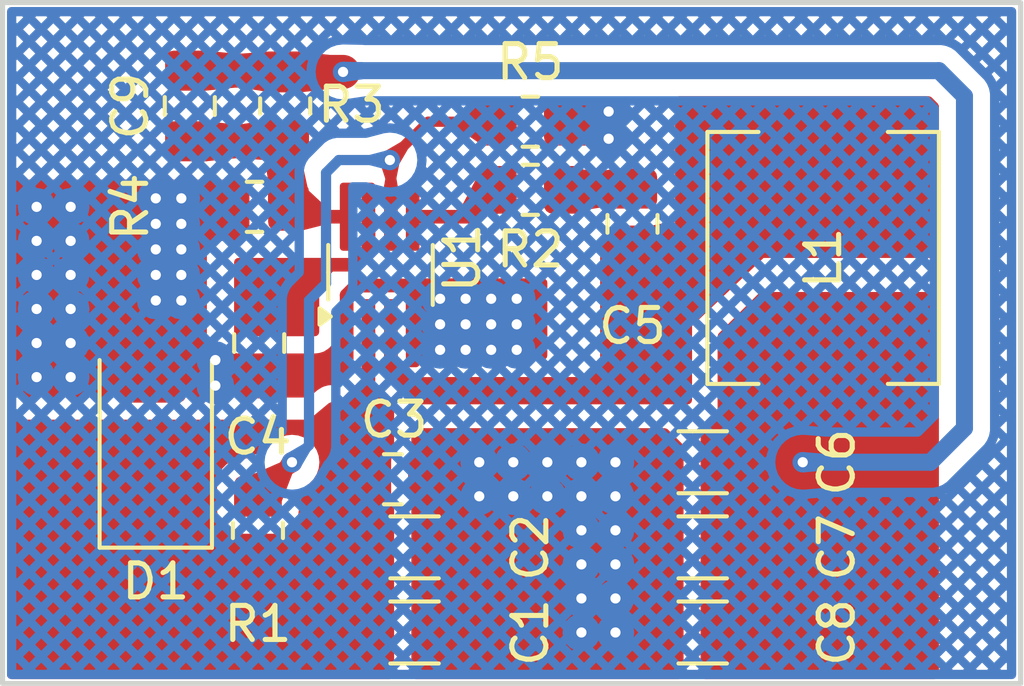
<source format=kicad_pcb>
(kicad_pcb (version 20240108) (generator "pcbnew") (generator_version "8.0")
  (layers (0 "F.Cu" signal) (31 "B.Cu" signal) (34 "B.Paste" user) (35 "F.Paste" user) (36 "B.SilkS" user "B.Silkscreen") (37 "F.SilkS" user "F.Silkscreen") (38 "B.Mask" user) (39 "F.Mask" user) (44 "Edge.Cuts" user))
  (net 0 "")
  (net 1 "GND")
  (net 2 "+12V")
  (net 3 "/VCC")
  (net 4 "Net-(C5-Pad1)")
  (net 5 "/SW")
  (net 6 "+5V")
  (net 7 "/FB")
  (net 8 "Net-(U1-EN)")
  (net 9 "/BST")
  (footprint "Resistor_SMD:R_0805_2012Metric_Pad1.20x1.40mm_HandSolder" (layer "F.Cu") (at 118.2 63.0375 -90)
    (property "Reference" "R3" (at -0.0375 -1.95 0) (layer "F.SilkS"))
    (property "Value" "100K")
    (fp_line (start -0.227064 0.735) (end 0.227064 0.735) (stroke (width 0.12)) (layer "F.SilkS"))
    (fp_line (start -0.227064 -0.735) (end 0.227064 -0.735) (stroke (width 0.12)) (layer "F.SilkS"))
    (pad "1" smd roundrect (at -1 0 270) (size 1.2 1.4) (layers "F.Cu" "F.Paste" "F.Mask") (roundrect_rratio 0.208333) (net 6 "+5V"))
    (pad "2" smd roundrect (at 1 0 270) (size 1.2 1.4) (layers "F.Cu" "F.Paste" "F.Mask") (roundrect_rratio 0.208333) (net 7 "/FB"))
  )
  (footprint "Inductor_SMD:L_Abracon_ASPI-0630LR" (layer "F.Cu") (at 134 67.5 -90)
    (property "Reference" "L1" (at 0 0 90) (layer "F.SilkS"))
    (property "Value" "3.3uH")
    (fp_line (start -3.7 3.4) (end 3.7 3.4) (stroke (width 0.12)) (layer "F.SilkS"))
    (fp_line (start -3.7 3.4) (end -3.7 1.9) (stroke (width 0.12)) (layer "F.SilkS"))
    (fp_line (start 3.7 3.4) (end 3.7 1.9) (stroke (width 0.12)) (layer "F.SilkS"))
    (fp_line (start -3.7 -3.4) (end -3.7 -1.9) (stroke (width 0.12)) (layer "F.SilkS"))
    (fp_line (start 3.7 -3.4) (end 3.7 -1.9) (stroke (width 0.12)) (layer "F.SilkS"))
    (fp_line (start 3.7 -3.4) (end -3.7 -3.4) (stroke (width 0.12)) (layer "F.SilkS"))
    (pad "1" smd roundrect (at -3.025 0 270) (size 2.35 3.4) (layers "F.Cu" "F.Paste" "F.Mask") (roundrect_rratio 0.1) (net 5 "/SW"))
    (pad "2" smd roundrect (at 3.025 0 270) (size 2.35 3.4) (layers "F.Cu" "F.Paste" "F.Mask") (roundrect_rratio 0.1) (net 6 "+5V"))
  )
  (footprint "Capacitor_SMD:C_1206_3216Metric_Pad1.33x1.80mm_HandSolder" (layer "F.Cu") (at 130.4625 73.5 180)
    (property "Reference" "C6" (at -3.9375 0 90) (layer "F.SilkS"))
    (property "Value" "22uf")
    (fp_line (start -0.711252 0.91) (end 0.711252 0.91) (stroke (width 0.12)) (layer "F.SilkS"))
    (fp_line (start -0.711252 -0.91) (end 0.711252 -0.91) (stroke (width 0.12)) (layer "F.SilkS"))
    (pad "1" smd roundrect (at -1.5625 0 180) (size 1.325 1.8) (layers "F.Cu" "F.Paste" "F.Mask") (roundrect_rratio 0.188679) (net 6 "+5V"))
    (pad "2" smd roundrect (at 1.5625 0 180) (size 1.325 1.8) (layers "F.Cu" "F.Paste" "F.Mask") (roundrect_rratio 0.188679) (net 1 "GND"))
  )
  (footprint "Capacitor_SMD:C_1206_3216Metric_Pad1.33x1.80mm_HandSolder" (layer "F.Cu") (at 130.4625 78.5 180)
    (property "Reference" "C8" (at -3.9375 0 -90) (layer "F.SilkS"))
    (property "Value" "22uf")
    (fp_line (start -0.711252 0.91) (end 0.711252 0.91) (stroke (width 0.12)) (layer "F.SilkS"))
    (fp_line (start -0.711252 -0.91) (end 0.711252 -0.91) (stroke (width 0.12)) (layer "F.SilkS"))
    (pad "1" smd roundrect (at -1.5625 0 180) (size 1.325 1.8) (layers "F.Cu" "F.Paste" "F.Mask") (roundrect_rratio 0.188679) (net 6 "+5V"))
    (pad "2" smd roundrect (at 1.5625 0 180) (size 1.325 1.8) (layers "F.Cu" "F.Paste" "F.Mask") (roundrect_rratio 0.188679) (net 1 "GND"))
  )
  (footprint "Resistor_SMD:R_0805_2012Metric_Pad1.20x1.40mm_HandSolder" (layer "F.Cu") (at 117.3 66)
    (property "Reference" "R4" (at -3.65 0 90) (layer "F.SilkS"))
    (property "Value" "13.7K")
    (fp_line (start -0.227064 -0.735) (end 0.227064 -0.735) (stroke (width 0.12)) (layer "F.SilkS"))
    (fp_line (start -0.227064 0.735) (end 0.227064 0.735) (stroke (width 0.12)) (layer "F.SilkS"))
    (pad "1" smd roundrect (at -1 0) (size 1.2 1.4) (layers "F.Cu" "F.Paste" "F.Mask") (roundrect_rratio 0.208333) (net 1 "GND"))
    (pad "2" smd roundrect (at 1 0) (size 1.2 1.4) (layers "F.Cu" "F.Paste" "F.Mask") (roundrect_rratio 0.208333) (net 7 "/FB"))
  )
  (footprint "Capacitor_SMD:C_1206_3216Metric_Pad1.33x1.80mm_HandSolder" (layer "F.Cu") (at 130.4625 76 180)
    (property "Reference" "C7" (at -3.9375 0 90) (layer "F.SilkS"))
    (property "Value" "22uf")
    (fp_line (start -0.711252 0.91) (end 0.711252 0.91) (stroke (width 0.12)) (layer "F.SilkS"))
    (fp_line (start -0.711252 -0.91) (end 0.711252 -0.91) (stroke (width 0.12)) (layer "F.SilkS"))
    (pad "1" smd roundrect (at -1.5625 0 180) (size 1.325 1.8) (layers "F.Cu" "F.Paste" "F.Mask") (roundrect_rratio 0.188679) (net 6 "+5V"))
    (pad "2" smd roundrect (at 1.5625 0 180) (size 1.325 1.8) (layers "F.Cu" "F.Paste" "F.Mask") (roundrect_rratio 0.188679) (net 1 "GND"))
  )
  (footprint "Capacitor_SMD:C_0805_2012Metric_Pad1.18x1.45mm_HandSolder" (layer "F.Cu") (at 128.4 66.5 -90)
    (property "Reference" "C5" (at 3 0 0) (layer "F.SilkS"))
    (property "Value" "0.1uF")
    (fp_line (start -0.261252 0.735) (end 0.261252 0.735) (stroke (width 0.12)) (layer "F.SilkS"))
    (fp_line (start -0.261252 -0.735) (end 0.261252 -0.735) (stroke (width 0.12)) (layer "F.SilkS"))
    (pad "1" smd roundrect (at -1.0375 0 270) (size 1.175 1.45) (layers "F.Cu" "F.Paste" "F.Mask") (roundrect_rratio 0.212766) (net 4 "Net-(C5-Pad1)"))
    (pad "2" smd roundrect (at 1.0375 0 270) (size 1.175 1.45) (layers "F.Cu" "F.Paste" "F.Mask") (roundrect_rratio 0.212766) (net 5 "/SW"))
  )
  (footprint "Capacitor_SMD:C_0805_2012Metric_Pad1.18x1.45mm_HandSolder" (layer "F.Cu") (at 121.3625 74)
    (property "Reference" "C3" (at 0.0375 -1.75 180) (layer "F.SilkS"))
    (property "Value" "1uF")
    (fp_line (start -0.261252 -0.735) (end 0.261252 -0.735) (stroke (width 0.12)) (layer "F.SilkS"))
    (fp_line (start -0.261252 0.735) (end 0.261252 0.735) (stroke (width 0.12)) (layer "F.SilkS"))
    (pad "1" smd roundrect (at -1.0375 0) (size 1.175 1.45) (layers "F.Cu" "F.Paste" "F.Mask") (roundrect_rratio 0.212766) (net 2 "+12V"))
    (pad "2" smd roundrect (at 1.0375 0) (size 1.175 1.45) (layers "F.Cu" "F.Paste" "F.Mask") (roundrect_rratio 0.212766) (net 1 "GND"))
  )
  (footprint "Capacitor_SMD:C_0805_2012Metric_Pad1.18x1.45mm_HandSolder" (layer "F.Cu") (at 115.4 63.0375 -90)
    (property "Reference" "C9" (at 0 1.75 -90) (layer "F.SilkS"))
    (property "Value" "220pF")
    (fp_line (start -0.261252 0.735) (end 0.261252 0.735) (stroke (width 0.12)) (layer "F.SilkS"))
    (fp_line (start -0.261252 -0.735) (end 0.261252 -0.735) (stroke (width 0.12)) (layer "F.SilkS"))
    (pad "1" smd roundrect (at -1.0375 0 270) (size 1.175 1.45) (layers "F.Cu" "F.Paste" "F.Mask") (roundrect_rratio 0.212766) (net 6 "+5V"))
    (pad "2" smd roundrect (at 1.0375 0 270) (size 1.175 1.45) (layers "F.Cu" "F.Paste" "F.Mask") (roundrect_rratio 0.212766) (net 7 "/FB"))
  )
  (footprint "Capacitor_SMD:C_0805_2012Metric_Pad1.18x1.45mm_HandSolder" (layer "F.Cu") (at 117.4375 70 90)
    (property "Reference" "C4" (at -2.75 -0.0375 180) (layer "F.SilkS"))
    (property "Value" "1uF")
    (fp_line (start -0.261252 -0.735) (end 0.261252 -0.735) (stroke (width 0.12)) (layer "F.SilkS"))
    (fp_line (start -0.261252 0.735) (end 0.261252 0.735) (stroke (width 0.12)) (layer "F.SilkS"))
    (pad "1" smd roundrect (at -1.0375 0 90) (size 1.175 1.45) (layers "F.Cu" "F.Paste" "F.Mask") (roundrect_rratio 0.212766) (net 1 "GND"))
    (pad "2" smd roundrect (at 1.0375 0 90) (size 1.175 1.45) (layers "F.Cu" "F.Paste" "F.Mask") (roundrect_rratio 0.212766) (net 3 "/VCC"))
  )
  (footprint "Resistor_SMD:R_0805_2012Metric_Pad1.20x1.40mm_HandSolder" (layer "F.Cu") (at 125.4 65.5)
    (property "Reference" "R2" (at 0 1.75 0) (layer "F.SilkS"))
    (property "Value" "10")
    (fp_line (start -0.227064 -0.735) (end 0.227064 -0.735) (stroke (width 0.12)) (layer "F.SilkS"))
    (fp_line (start -0.227064 0.735) (end 0.227064 0.735) (stroke (width 0.12)) (layer "F.SilkS"))
    (pad "1" smd roundrect (at -1 0) (size 1.2 1.4) (layers "F.Cu" "F.Paste" "F.Mask") (roundrect_rratio 0.208333) (net 9 "/BST"))
    (pad "2" smd roundrect (at 1 0) (size 1.2 1.4) (layers "F.Cu" "F.Paste" "F.Mask") (roundrect_rratio 0.208333) (net 4 "Net-(C5-Pad1)"))
  )
  (footprint "Package_TO_SOT_SMD:TSOT-23-8_HandSoldering" (layer "F.Cu") (at 120.975 68 90)
    (property "Reference" "U1" (at 0.5 2.425 -90) (layer "F.SilkS"))
    (property "Value" "MP2236CGJ-Z")
    (fp_line (start 0.08 -1.51) (end 0.88 -1.51) (stroke (width 0.12)) (layer "F.SilkS"))
    (fp_line (start 0.08 -1.51) (end -0.72 -1.51) (stroke (width 0.12)) (layer "F.SilkS"))
    (fp_line (start -0.88 1.56) (end 0.88 1.56) (stroke (width 0.12)) (layer "F.SilkS"))
    (fp_poly (pts (xy -1.22 -1.435) (xy -1.46 -1.765) (xy -0.98 -1.765) (xy -1.22 -1.435)) (stroke (width 0.12)) (fill solid) (layer "F.SilkS"))
    (pad "1" smd roundrect (at -1.71 -0.97 90) (size 2 0.4) (layers "F.Cu" "F.Paste" "F.Mask") (net 1 "GND"))
    (pad "2" smd roundrect (at -1.71 -0.33 90) (size 2 0.4) (layers "F.Cu" "F.Paste" "F.Mask") (net 2 "+12V"))
    (pad "3" smd roundrect (at -1.71 0.33 90) (size 2 0.4) (layers "F.Cu" "F.Paste" "F.Mask") (net 5 "/SW"))
    (pad "4" smd roundrect (at -1.71 0.97 90) (size 2 0.4) (layers "F.Cu" "F.Paste" "F.Mask") (net 1 "GND"))
    (pad "5" smd roundrect (at 1.71 0.97 90) (size 2 0.4) (layers "F.Cu" "F.Paste" "F.Mask") (net 9 "/BST"))
    (pad "6" smd roundrect (at 1.71 0.33 90) (size 2 0.4) (layers "F.Cu" "F.Paste" "F.Mask") (net 8 "Net-(U1-EN)"))
    (pad "7" smd roundrect (at 1.71 -0.33 90) (size 2 0.4) (layers "F.Cu" "F.Paste" "F.Mask") (net 3 "/VCC"))
    (pad "8" smd roundrect (at 1.71 -0.97 90) (size 2 0.4) (layers "F.Cu" "F.Paste" "F.Mask") (net 7 "/FB"))
  )
  (footprint "Diode_SMD:D_SMA" (layer "F.Cu") (at 114.4 72.5 90)
    (property "Reference" "D1" (at -4.5 0 180) (layer "F.SilkS"))
    (property "Value" "SMAJ12A")
    (fp_line (start -3.51 -1.65) (end 2 -1.65) (stroke (width 0.12)) (layer "F.SilkS"))
    (fp_line (start -3.51 -1.65) (end -3.51 1.65) (stroke (width 0.12)) (layer "F.SilkS"))
    (fp_line (start -3.51 1.65) (end 2 1.65) (stroke (width 0.12)) (layer "F.SilkS"))
    (pad "1" smd roundrect (at -2 0 90) (size 2.5 1.8) (layers "F.Cu" "F.Paste" "F.Mask") (roundrect_rratio 0.1388888889) (net 2 "+12V"))
    (pad "2" smd roundrect (at 2 0 90) (size 2.5 1.8) (layers "F.Cu" "F.Paste" "F.Mask") (roundrect_rratio 0.1388888889) (net 1 "GND"))
  )
  (footprint "Capacitor_SMD:C_1206_3216Metric_Pad1.33x1.80mm_HandSolder" (layer "F.Cu") (at 122 78.5)
    (property "Reference" "C1" (at 3.4 0 90) (layer "F.SilkS"))
    (property "Value" "22uf")
    (fp_line (start -0.711252 -0.91) (end 0.711252 -0.91) (stroke (width 0.12)) (layer "F.SilkS"))
    (fp_line (start -0.711252 0.91) (end 0.711252 0.91) (stroke (width 0.12)) (layer "F.SilkS"))
    (pad "1" smd roundrect (at -1.5625 0) (size 1.325 1.8) (layers "F.Cu" "F.Paste" "F.Mask") (roundrect_rratio 0.188679) (net 2 "+12V"))
    (pad "2" smd roundrect (at 1.5625 0) (size 1.325 1.8) (layers "F.Cu" "F.Paste" "F.Mask") (roundrect_rratio 0.188679) (net 1 "GND"))
  )
  (footprint "Resistor_SMD:R_0805_2012Metric_Pad1.20x1.40mm_HandSolder" (layer "F.Cu") (at 117.4 75.5 90)
    (property "Reference" "R1" (at -2.75 0 180) (layer "F.SilkS"))
    (property "Value" "300K")
    (fp_line (start -0.227064 -0.735) (end 0.227064 -0.735) (stroke (width 0.12)) (layer "F.SilkS"))
    (fp_line (start -0.227064 0.735) (end 0.227064 0.735) (stroke (width 0.12)) (layer "F.SilkS"))
    (pad "1" smd roundrect (at -1 0 90) (size 1.2 1.4) (layers "F.Cu" "F.Paste" "F.Mask") (roundrect_rratio 0.208333) (net 2 "+12V"))
    (pad "2" smd roundrect (at 1 0 90) (size 1.2 1.4) (layers "F.Cu" "F.Paste" "F.Mask") (roundrect_rratio 0.208333) (net 8 "Net-(U1-EN)"))
  )
  (footprint "Capacitor_SMD:C_1206_3216Metric_Pad1.33x1.80mm_HandSolder" (layer "F.Cu") (at 122 76)
    (property "Reference" "C2" (at 3.4 0 90) (layer "F.SilkS"))
    (property "Value" "22uf")
    (fp_line (start -0.711252 -0.91) (end 0.711252 -0.91) (stroke (width 0.12)) (layer "F.SilkS"))
    (fp_line (start -0.711252 0.91) (end 0.711252 0.91) (stroke (width 0.12)) (layer "F.SilkS"))
    (pad "1" smd roundrect (at -1.5625 0) (size 1.325 1.8) (layers "F.Cu" "F.Paste" "F.Mask") (roundrect_rratio 0.188679) (net 2 "+12V"))
    (pad "2" smd roundrect (at 1.5625 0) (size 1.325 1.8) (layers "F.Cu" "F.Paste" "F.Mask") (roundrect_rratio 0.188679) (net 1 "GND"))
  )
  (footprint "Resistor_SMD:R_0805_2012Metric_Pad1.20x1.40mm_HandSolder" (layer "F.Cu") (at 125.4 63.5)
    (property "Reference" "R5" (at 0 -1.75 180) (layer "F.SilkS"))
    (property "Value" "130K")
    (fp_line (start -0.227064 -0.735) (end 0.227064 -0.735) (stroke (width 0.12)) (layer "F.SilkS"))
    (fp_line (start -0.227064 0.735) (end 0.227064 0.735) (stroke (width 0.12)) (layer "F.SilkS"))
    (pad "1" smd roundrect (at -1 0) (size 1.2 1.4) (layers "F.Cu" "F.Paste" "F.Mask") (roundrect_rratio 0.208333) (net 8 "Net-(U1-EN)"))
    (pad "2" smd roundrect (at 1 0) (size 1.2 1.4) (layers "F.Cu" "F.Paste" "F.Mask") (roundrect_rratio 0.208333) (net 1 "GND"))
  )
  (gr_rect (start 109.9 60) (end 139.8 80) (stroke (width 0.15)) (fill none) (layer "Edge.Cuts"))
  (segment (start 122.9 73.5) (end 122.4 74) (width 1) (layer "F.Cu") (net 1))
  (segment (start 127.7 64) (end 126.9 64) (width 0.4) (layer "F.Cu") (net 1))
  (segment (start 127.7 63.2) (end 126.7 63.2) (width 0.4) (layer "F.Cu") (net 1))
  (segment (start 120.29 68.31) (end 120.84 68.31) (width 0.4) (layer "F.Cu") (net 1))
  (segment (start 120.005 69.71) (end 120.005 68.595) (width 0.4) (layer "F.Cu") (net 1))
  (segment (start 119.7625 71.0375) (end 117.4375 71.0375) (width 0.4) (layer "F.Cu") (net 1))
  (segment (start 128.9 73.5) (end 122.9 73.5) (width 1) (layer "F.Cu") (net 1))
  (segment (start 122.36 68.31) (end 122.75 68.7) (width 0.4) (layer "F.Cu") (net 1))
  (segment (start 120.005 68.595) (end 120.29 68.31) (width 0.4) (layer "F.Cu") (net 1))
  (segment (start 128.9 73.5) (end 128.9 76) (width 1) (layer "F.Cu") (net 1))
  (segment (start 123.5625 78.5) (end 123.5625 76) (width 1) (layer "F.Cu") (net 1))
  (segment (start 120.005 70.795) (end 119.7625 71.0375) (width 0.4) (layer "F.Cu") (net 1))
  (segment (start 121.614878 68.31) (end 122.36 68.31) (width 0.4) (layer "F.Cu") (net 1))
  (segment (start 123.5625 78.5) (end 128.9 78.5) (width 1) (layer "F.Cu") (net 1))
  (segment (start 126.7 63.2) (end 126.4 63.5) (width 0.4) (layer "F.Cu") (net 1))
  (segment (start 120.29 68.31) (end 121.15 68.31) (width 0.4) (layer "F.Cu") (net 1))
  (segment (start 121.614878 68.31) (end 121.945 68.640122) (width 0.4) (layer "F.Cu") (net 1))
  (segment (start 120.005 69.71) (end 120.005 70.795) (width 0.4) (layer "F.Cu") (net 1))
  (segment (start 126.9 64) (end 126.4 63.5) (width 0.4) (layer "F.Cu") (net 1))
  (segment (start 121.15 68.31) (end 121.614878 68.31) (width 0.4) (layer "F.Cu") (net 1))
  (segment (start 128.9 78.5) (end 128.9 76) (width 1) (layer "F.Cu") (net 1))
  (segment (start 121.945 68.640122) (end 121.945 69.71) (width 0.4) (layer "F.Cu") (net 1))
  (segment (start 123.5625 76) (end 128.9 76) (width 1) (layer "F.Cu") (net 1))
  (via (at 111.9 66) (size 0.6) (drill 0.3) (layers "F.Cu" "B.Cu") (net 1))
  (via (at 123.5 70.2) (size 0.6) (drill 0.3) (layers "F.Cu" "B.Cu") (net 1))
  (via (at 115.15 67.25) (size 0.6) (drill 0.3) (layers "F.Cu" "B.Cu") (net 1))
  (via (at 124.9 74.5) (size 0.6) (drill 0.3) (layers "F.Cu" "B.Cu") (net 1))
  (via (at 126.9 74.5) (size 0.6) (drill 0.3) (layers "F.Cu" "B.Cu") (net 1))
  (via (at 110.9 68) (size 0.6) (drill 0.3) (layers "F.Cu" "B.Cu") (net 1))
  (via (at 122.75 70.2) (size 0.6) (drill 0.3) (layers "F.Cu" "B.Cu") (net 1))
  (via (at 110.9 66) (size 0.6) (drill 0.3) (layers "F.Cu" "B.Cu") (net 1))
  (via (at 127.9 78.5) (size 0.6) (drill 0.3) (layers "F.Cu" "B.Cu") (net 1))
  (via (at 122.75 69.45) (size 0.6) (drill 0.3) (layers "F.Cu" "B.Cu") (net 1))
  (via (at 127.9 74.5) (size 0.6) (drill 0.3) (layers "F.Cu" "B.Cu") (net 1))
  (via (at 126.9 77.5) (size 0.6) (drill 0.3) (layers "F.Cu" "B.Cu") (net 1))
  (via (at 115.15 66.5) (size 0.6) (drill 0.3) (layers "F.Cu" "B.Cu") (net 1))
  (via (at 111.9 69) (size 0.6) (drill 0.3) (layers "F.Cu" "B.Cu") (net 1))
  (via (at 114.4 68) (size 0.6) (drill 0.3) (layers "F.Cu" "B.Cu") (net 1))
  (via (at 127.7 64) (size 0.6) (drill 0.3) (layers "F.Cu" "B.Cu") (net 1))
  (via (at 127.9 77.5) (size 0.6) (drill 0.3) (layers "F.Cu" "B.Cu") (net 1))
  (via (at 110.9 70) (size 0.6) (drill 0.3) (layers "F.Cu" "B.Cu") (net 1))
  (via (at 126.9 78.5) (size 0.6) (drill 0.3) (layers "F.Cu" "B.Cu") (net 1))
  (via (at 116.15 71.25) (size 0.6) (drill 0.3) (layers "F.Cu" "B.Cu") (net 1))
  (via (at 122.75 68.7) (size 0.6) (drill 0.3) (layers "F.Cu" "B.Cu") (net 1))
  (via (at 115.15 68.75) (size 0.6) (drill 0.3) (layers "F.Cu" "B.Cu") (net 1))
  (via (at 115.15 68) (size 0.6) (drill 0.3) (layers "F.Cu" "B.Cu") (net 1))
  (via (at 125.9 73.5) (size 0.6) (drill 0.3) (layers "F.Cu" "B.Cu") (net 1))
  (via (at 125 70.2) (size 0.6) (drill 0.3) (layers "F.Cu" "B.Cu") (net 1))
  (via (at 114.4 66.5) (size 0.6) (drill 0.3) (layers "F.Cu" "B.Cu") (net 1))
  (via (at 125 69.45) (size 0.6) (drill 0.3) (layers "F.Cu" "B.Cu") (net 1))
  (via (at 126.9 73.5) (size 0.6) (drill 0.3) (layers "F.Cu" "B.Cu") (net 1))
  (via (at 110.9 67) (size 0.6) (drill 0.3) (layers "F.Cu" "B.Cu") (net 1))
  (via (at 123.5 69.45) (size 0.6) (drill 0.3) (layers "F.Cu" "B.Cu") (net 1))
  (via (at 127.9 73.5) (size 0.6) (drill 0.3) (layers "F.Cu" "B.Cu") (net 1))
  (via (at 124.25 70.2) (size 0.6) (drill 0.3) (layers "F.Cu" "B.Cu") (net 1))
  (via (at 123.9 74.5) (size 0.6) (drill 0.3) (layers "F.Cu" "B.Cu") (net 1))
  (via (at 123.9 73.5) (size 0.6) (drill 0.3) (layers "F.Cu" "B.Cu") (net 1))
  (via (at 125 68.7) (size 0.6) (drill 0.3) (layers "F.Cu" "B.Cu") (net 1))
  (via (at 124.25 69.45) (size 0.6) (drill 0.3) (layers "F.Cu" "B.Cu") (net 1))
  (via (at 111.9 67) (size 0.6) (drill 0.3) (layers "F.Cu" "B.Cu") (net 1))
  (via (at 116.15 70.5) (size 0.6) (drill 0.3) (layers "F.Cu" "B.Cu") (net 1))
  (via (at 111.9 70) (size 0.6) (drill 0.3) (layers "F.Cu" "B.Cu") (net 1))
  (via (at 111.9 68) (size 0.6) (drill 0.3) (layers "F.Cu" "B.Cu") (net 1))
  (via (at 127.7 63.2) (size 0.6) (drill 0.3) (layers "F.Cu" "B.Cu") (net 1))
  (via (at 127.9 76.5) (size 0.6) (drill 0.3) (layers "F.Cu" "B.Cu") (net 1))
  (via (at 115.15 65.75) (size 0.6) (drill 0.3) (layers "F.Cu" "B.Cu") (net 1))
  (via (at 114.4 65.75) (size 0.6) (drill 0.3) (layers "F.Cu" "B.Cu") (net 1))
  (via (at 123.5 68.7) (size 0.6) (drill 0.3) (layers "F.Cu" "B.Cu") (net 1))
  (via (at 110.9 71) (size 0.6) (drill 0.3) (layers "F.Cu" "B.Cu") (net 1))
  (via (at 124.9 73.5) (size 0.6) (drill 0.3) (layers "F.Cu" "B.Cu") (net 1))
  (via (at 126.9 75.5) (size 0.6) (drill 0.3) (layers "F.Cu" "B.Cu") (net 1))
  (via (at 126.9 76.5) (size 0.6) (drill 0.3) (layers "F.Cu" "B.Cu") (net 1))
  (via (at 110.9 69) (size 0.6) (drill 0.3) (layers "F.Cu" "B.Cu") (net 1))
  (via (at 125.9 74.5) (size 0.6) (drill 0.3) (layers "F.Cu" "B.Cu") (net 1))
  (via (at 114.4 67.25) (size 0.6) (drill 0.3) (layers "F.Cu" "B.Cu") (net 1))
  (via (at 111.9 71) (size 0.6) (drill 0.3) (layers "F.Cu" "B.Cu") (net 1))
  (via (at 127.9 75.5) (size 0.6) (drill 0.3) (layers "F.Cu" "B.Cu") (net 1))
  (via (at 124.25 68.7) (size 0.6) (drill 0.3) (layers "F.Cu" "B.Cu") (net 1))
  (via (at 114.4 68.75) (size 0.6) (drill 0.3) (layers "F.Cu" "B.Cu") (net 1))
  (segment (start 120.4375 74.1125) (end 120.325 74) (width 1) (layer "F.Cu") (net 2))
  (segment (start 120.645 73.68) (end 120.325 74) (width 0.4) (layer "F.Cu") (net 2))
  (segment (start 115.4 78.5) (end 117.4 78.5) (width 1) (layer "F.Cu") (net 2))
  (segment (start 120.645 69.71) (end 120.645 73.68) (width 0.4) (layer "F.Cu") (net 2))
  (segment (start 117.4 78.5) (end 120.4375 78.5) (width 1) (layer "F.Cu") (net 2))
  (segment (start 120.4375 76) (end 120.4375 74.1125) (width 1) (layer "F.Cu") (net 2))
  (segment (start 114.4 74.5) (end 114.4 77.5) (width 1) (layer "F.Cu") (net 2))
  (segment (start 117.4 76.5) (end 117.4 78.5) (width 1) (layer "F.Cu") (net 2))
  (segment (start 114.4 77.5) (end 115.4 78.5) (width 1) (layer "F.Cu") (net 2))
  (segment (start 120.4375 78.5) (end 120.4375 76) (width 1) (layer "F.Cu") (net 2))
  (segment (start 120.304878 67.7) (end 118.7 67.7) (width 0.4) (layer "F.Cu") (net 3))
  (segment (start 118.7 67.7) (end 117.4375 68.9625) (width 0.4) (layer "F.Cu") (net 3))
  (segment (start 120.645 66.29) (end 120.645 67.359878) (width 0.4) (layer "F.Cu") (net 3))
  (segment (start 120.645 67.359878) (end 120.304878 67.7) (width 0.4) (layer "F.Cu") (net 3))
  (segment (start 126.4 65.5) (end 128.3625 65.5) (width 1) (layer "F.Cu") (net 4))
  (segment (start 128.3625 65.5) (end 128.4 65.4625) (width 1) (layer "F.Cu") (net 4))
  (segment (start 121.305 69.71) (end 121.305 70.779878) (width 0.4) (layer "F.Cu") (net 5))
  (segment (start 121.725122 71.2) (end 127.1 71.2) (width 0.4) (layer "F.Cu") (net 5))
  (segment (start 128.4 69.9) (end 128.4 67.5375) (width 0.4) (layer "F.Cu") (net 5))
  (segment (start 121.305 70.779878) (end 121.725122 71.2) (width 0.4) (layer "F.Cu") (net 5))
  (segment (start 128.4 67.5375) (end 130.9375 67.5375) (width 1) (layer "F.Cu") (net 5))
  (segment (start 130.9375 67.5375) (end 134 64.475) (width 1) (layer "F.Cu") (net 5))
  (segment (start 127.1 71.2) (end 128.4 69.9) (width 0.4) (layer "F.Cu") (net 5))
  (segment (start 132.025 73.5) (end 132.025 76) (width 1) (layer "F.Cu") (net 6))
  (segment (start 132.025 73.5) (end 132.025 72.5) (width 1) (layer "F.Cu") (net 6))
  (segment (start 118.1625 62) (end 118.2 62.0375) (width 1) (layer "F.Cu") (net 6))
  (segment (start 132.025 72.5) (end 134 70.525) (width 1) (layer "F.Cu") (net 6))
  (segment (start 119.9 62.0375) (end 118.2 62.0375) (width 1) (layer "F.Cu") (net 6))
  (segment (start 115.4 62) (end 118.1625 62) (width 1) (layer "F.Cu") (net 6))
  (segment (start 132.025 76) (end 132.025 78.5) (width 1) (layer "F.Cu") (net 6))
  (segment (start 133.4 73.5) (end 132.025 73.5) (width 0.5) (layer "F.Cu") (net 6))
  (via (at 133.4 73.5) (size 0.6) (drill 0.3) (layers "F.Cu" "B.Cu") (net 6))
  (via (at 119.9 62.0375) (size 0.6) (drill 0.3) (layers "F.Cu" "B.Cu") (net 6))
  (segment (start 119.9 62.0375) (end 119.9375 62) (width 0.5) (layer "B.Cu") (net 6))
  (segment (start 138.15 72.5) (end 137.15 73.5) (width 0.5) (layer "B.Cu") (net 6))
  (segment (start 138.15 62.75) (end 138.15 72.5) (width 0.5) (layer "B.Cu") (net 6))
  (segment (start 137.15 73.5) (end 133.4 73.5) (width 0.5) (layer "B.Cu") (net 6))
  (segment (start 137.4 62) (end 138.15 62.75) (width 0.5) (layer "B.Cu") (net 6))
  (segment (start 119.9375 62) (end 137.4 62) (width 0.5) (layer "B.Cu") (net 6))
  (segment (start 118.2 64.0375) (end 118.2 65.9) (width 1) (layer "F.Cu") (net 7))
  (segment (start 118.59 66.29) (end 118.3 66) (width 0.4) (layer "F.Cu") (net 7))
  (segment (start 115.4 64.075) (end 118.1625 64.075) (width 1) (layer "F.Cu") (net 7))
  (segment (start 118.1625 64.075) (end 118.2 64.0375) (width 1) (layer "F.Cu") (net 7))
  (segment (start 120.005 66.29) (end 118.59 66.29) (width 0.4) (layer "F.Cu") (net 7))
  (segment (start 118.2 65.9) (end 118.3 66) (width 1) (layer "F.Cu") (net 7))
  (segment (start 117.4 74.5) (end 118.4 73.5) (width 0.3) (layer "F.Cu") (net 8))
  (segment (start 121.275 64.625) (end 122.4 63.5) (width 0.3) (layer "F.Cu") (net 8))
  (segment (start 121.305 64.655) (end 121.305 66.29) (width 0.3) (layer "F.Cu") (net 8))
  (segment (start 121.275 64.625) (end 121.305 64.655) (width 0.3) (layer "F.Cu") (net 8))
  (segment (start 122.4 63.5) (end 124.4 63.5) (width 0.3) (layer "F.Cu") (net 8))
  (via (at 118.4 73.5) (size 0.6) (drill 0.3) (layers "F.Cu" "B.Cu") (net 8))
  (via (at 121.275 64.625) (size 0.6) (drill 0.3) (layers "F.Cu" "B.Cu") (net 8))
  (segment (start 119.775 64.625) (end 119.4 65) (width 0.3) (layer "B.Cu") (net 8))
  (segment (start 121.275 64.625) (end 119.775 64.625) (width 0.3) (layer "B.Cu") (net 8))
  (segment (start 118.9 73) (end 118.4 73.5) (width 0.3) (layer "B.Cu") (net 8))
  (segment (start 119.4 68.25) (end 118.9 68.75) (width 0.3) (layer "B.Cu") (net 8))
  (segment (start 118.9 68.75) (end 118.9 73) (width 0.3) (layer "B.Cu") (net 8))
  (segment (start 119.4 65) (end 119.4 68.25) (width 0.3) (layer "B.Cu") (net 8))
  (segment (start 121.945 66.29) (end 123.61 66.29) (width 0.4) (layer "F.Cu") (net 9))
  (segment (start 123.61 66.29) (end 124.4 65.5) (width 0.4) (layer "F.Cu") (net 9))
  (zone (net 6) (net_name "+5V") (layer "F.Cu") (priority 1) (connect_pads yes (clearance 0.5)) (min_thickness 0.25) (fill yes (thermal_gap 0.5) (thermal_bridge_width 0.5))
    (polygon (pts (xy 130.4 80) (xy 137.4 80) (xy 137.4 74.25) (xy 137.4 68.75) (xy 137.15 68.5) (xy 132.15 68.5) (xy 130.9 69.75) (xy 130.9 72.25) (xy 130.4 72.75)))
  )
  (zone (net 3) (net_name "/VCC") (layer "F.Cu") (priority 4) (connect_pads yes (clearance 0.5)) (min_thickness 0.25) (fill yes (thermal_gap 0.5) (thermal_bridge_width 0.5))
    (polygon (pts (xy 116.7 69.8) (xy 119.2 69.8) (xy 119.2 68.3) (xy 119.6 67.9) (xy 119.9 67.9) (xy 120.7 67.9) (xy 120.9 67.7) (xy 120.9 65.3) (xy 120.4 65.3) (xy 120.4 67.2) (xy 120.1 67.5) (xy 116.7 67.5)))
  )
  (zone (net 2) (net_name "+12V") (layer "F.Cu") (priority 5) (connect_pads yes (clearance 0.5)) (min_thickness 0.25) (fill yes (thermal_gap 0.5) (thermal_bridge_width 0.5))
    (polygon (pts (xy 120.4 71) (xy 118.9 72.25) (xy 109.9 72.25) (xy 109.9 80) (xy 121.4 80) (xy 121.4 71.75) (xy 120.9 71.25) (xy 120.9 71)))
  )
  (zone (net 1) (net_name "GND") (layer "F.Cu") (priority 3) (connect_pads yes (clearance 0.5)) (min_thickness 0.25) (fill yes (thermal_gap 0.5) (thermal_bridge_width 0.5))
    (polygon (pts (xy 119.5 68.8) (xy 120.2 68.1) (xy 125.9 68.1) (xy 125.9 69) (xy 125.9 70.7) (xy 120.4 70.7) (xy 119.5 71.6) (xy 118.4 71.6) (xy 110 71.6) (xy 110 65.2) (xy 117.15 65.2) (xy 117.15 67) (xy 115.9 67) (xy 115.9 70) (xy 119.5 70)))
  )
  (zone (net 1) (net_name "GND") (layer "F.Cu") (priority 2) (connect_pads yes (clearance 0.5)) (min_thickness 0.25) (fill yes (thermal_gap 0.5) (thermal_bridge_width 0.5))
    (polygon (pts (xy 121.8 72.5) (xy 129.4 72.5) (xy 129.9 73) (xy 129.9 80) (xy 121.8 80)))
  )
  (zone (net 5) (net_name "/SW") (layer "F.Cu") (priority 4) (connect_pads yes (clearance 0.5)) (min_thickness 0.25) (fill yes (thermal_gap 0.5) (thermal_bridge_width 0.5))
    (polygon (pts (xy 121.05 68.6) (xy 121.05 70.8) (xy 122.1 71.8) (xy 128.05 71.8) (xy 130.15 71.8) (xy 130.15 69.5) (xy 132.25 67.5) (xy 137.15 67.5) (xy 137.4 67.25) (xy 137.4 63) (xy 137.15 62.75) (xy 129.65 62.75) (xy 129.65 66) (xy 129.65 66.5) (xy 127.95 66.5) (xy 127.45 67) (xy 127.45 70.7) (xy 127.15 71) (xy 121.75 71) (xy 121.75 68.6)))
  )
  (zone (net 1) (net_name "GND") (layer "B.Cu") (connect_pads (clearance 0.5)) (min_thickness 0.25) (fill yes (mode hatch) (thermal_gap 0.5) (thermal_bridge_width 0.5) (hatch_thickness 0.25) (hatch_gap 0.25) (hatch_orientation 45) (hatch_border_algorithm hatch_thickness) (hatch_min_hole_area 0.3))
    (polygon (pts (xy 109.9 60) (xy 139.9 60) (xy 139.9 80) (xy 109.9 80)))
  )
)
</source>
